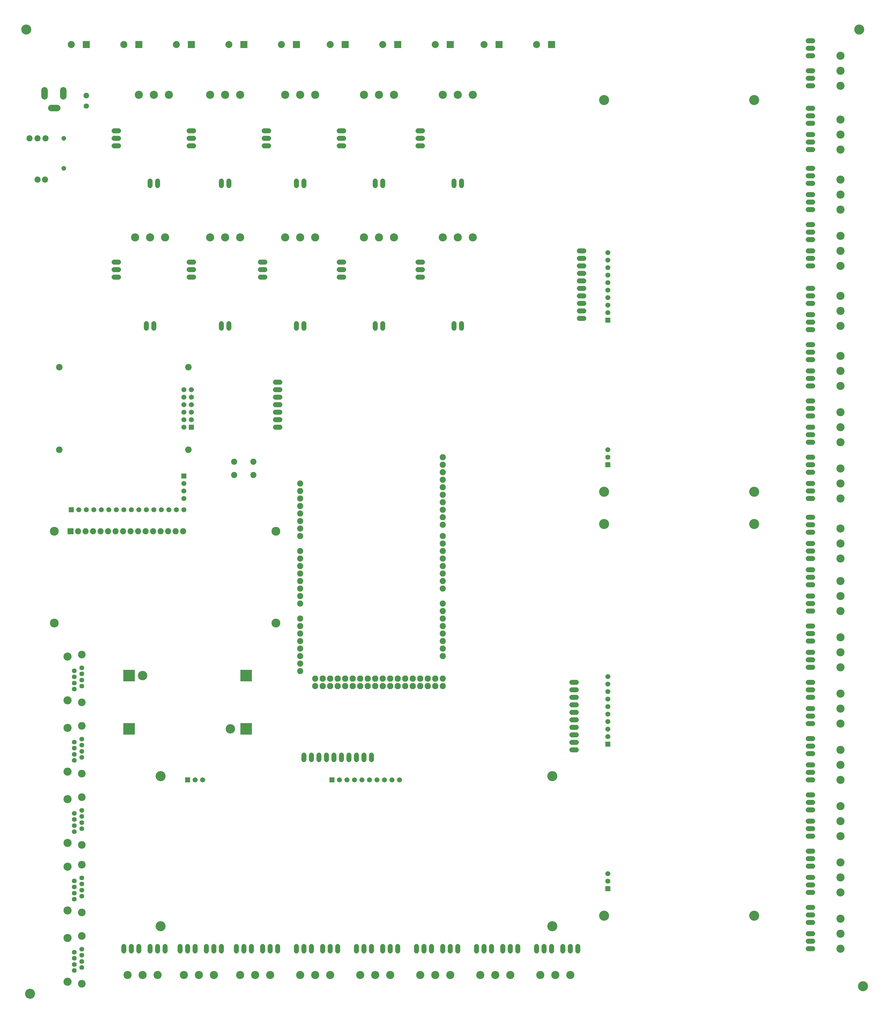
<source format=gbr>
G04 EAGLE Gerber RS-274X export*
G75*
%MOMM*%
%FSLAX34Y34*%
%LPD*%
%INSoldermask Top*%
%IPPOS*%
%AMOC8*
5,1,8,0,0,1.08239X$1,22.5*%
G01*
%ADD10C,2.082800*%
%ADD11P,2.254402X8X22.500000*%
%ADD12P,1.951982X8X112.500000*%
%ADD13C,1.803400*%
%ADD14C,1.727200*%
%ADD15C,2.203200*%
%ADD16R,1.711200X1.711200*%
%ADD17C,1.711200*%
%ADD18C,2.203200*%
%ADD19R,2.082800X2.082800*%
%ADD20C,3.003200*%
%ADD21C,2.743200*%
%ADD22R,2.387600X2.387600*%
%ADD23C,2.387600*%
%ADD24P,1.649562X8X112.500000*%
%ADD25R,4.013200X4.013200*%
%ADD26C,3.203200*%
%ADD27C,1.625600*%
%ADD28C,2.603200*%
%ADD29C,2.753200*%
%ADD30C,3.403200*%


D10*
X1066800Y1231900D03*
X1066800Y1206500D03*
X1066800Y1181100D03*
X1066800Y1155700D03*
X1066800Y1130300D03*
X1066800Y1104900D03*
X1066800Y1079500D03*
X1066800Y1257300D03*
X1549400Y1282700D03*
X1549400Y1257300D03*
X1549400Y1231900D03*
X1549400Y1206500D03*
X1549400Y1181100D03*
X1549400Y1155700D03*
X1549400Y1130300D03*
X1549400Y1308100D03*
X1066800Y1460500D03*
X1066800Y1435100D03*
X1066800Y1409700D03*
X1066800Y1384300D03*
X1066800Y1358900D03*
X1066800Y1333500D03*
X1066800Y1308100D03*
X1066800Y1485900D03*
X1549400Y1511300D03*
X1549400Y1485900D03*
X1549400Y1460500D03*
X1549400Y1435100D03*
X1549400Y1409700D03*
X1549400Y1384300D03*
X1549400Y1358900D03*
X1549400Y1536700D03*
X1549400Y1727200D03*
X1549400Y1701800D03*
X1549400Y1676400D03*
X1549400Y1651000D03*
X1549400Y1625600D03*
X1549400Y1600200D03*
X1549400Y1574800D03*
X1549400Y1752600D03*
D11*
X1346200Y1028700D03*
X1346200Y1054100D03*
X1371600Y1028700D03*
X1371600Y1054100D03*
X1397000Y1028700D03*
X1397000Y1054100D03*
X1422400Y1028700D03*
X1422400Y1054100D03*
X1447800Y1028700D03*
X1447800Y1054100D03*
X1473200Y1028700D03*
X1473200Y1054100D03*
X1498600Y1028700D03*
X1498600Y1054100D03*
X1524000Y1028700D03*
X1524000Y1054100D03*
X1143000Y1028700D03*
X1143000Y1054100D03*
X1168400Y1028700D03*
X1168400Y1054100D03*
X1193800Y1028700D03*
X1193800Y1054100D03*
X1219200Y1028700D03*
X1219200Y1054100D03*
X1244600Y1028700D03*
X1244600Y1054100D03*
X1270000Y1028700D03*
X1270000Y1054100D03*
X1295400Y1028700D03*
X1295400Y1054100D03*
X1320800Y1028700D03*
X1320800Y1054100D03*
D10*
X1117600Y1054100D03*
X1117600Y1028700D03*
X1549400Y1054100D03*
X1549400Y1028700D03*
X1066800Y1663700D03*
X1066800Y1638300D03*
X1066800Y1612900D03*
X1066800Y1587500D03*
X1066800Y1562100D03*
X1066800Y1536700D03*
X1549400Y1778000D03*
X1549400Y1803400D03*
X1066800Y1689100D03*
X1066800Y1714500D03*
D12*
X342900Y3027680D03*
D13*
X342900Y2992120D03*
D10*
X203200Y2743200D03*
X177800Y2743200D03*
D14*
X982980Y1905000D02*
X998220Y1905000D01*
X998220Y1930400D02*
X982980Y1930400D01*
X982980Y1955800D02*
X998220Y1955800D01*
X998220Y1981200D02*
X982980Y1981200D01*
X982980Y2006600D02*
X998220Y2006600D01*
X998220Y2032000D02*
X982980Y2032000D01*
X982980Y2057400D02*
X998220Y2057400D01*
D15*
X251460Y2108200D03*
X688340Y2108200D03*
X251460Y1828800D03*
X688340Y1828800D03*
D16*
X698500Y1905000D03*
D17*
X673100Y1905000D03*
X698500Y1930400D03*
X673100Y1930400D03*
X698500Y1955800D03*
X673100Y1955800D03*
X698500Y1981200D03*
X673100Y1981200D03*
X698500Y2006600D03*
X673100Y2006600D03*
X698500Y2032000D03*
X673100Y2032000D03*
D18*
X265000Y3024900D02*
X265000Y3044900D01*
X202000Y3044900D02*
X202000Y3024900D01*
X225000Y2984900D02*
X245000Y2984900D01*
D19*
X289600Y1552000D03*
D10*
X315000Y1552000D03*
X340400Y1552000D03*
X365800Y1552000D03*
X391200Y1552000D03*
X416600Y1552000D03*
X442000Y1552000D03*
X467400Y1552000D03*
X492800Y1552000D03*
X518200Y1552000D03*
X543600Y1552000D03*
X569000Y1552000D03*
X594400Y1552000D03*
X619800Y1552000D03*
X645200Y1552000D03*
X670600Y1552000D03*
D20*
X234600Y1552000D03*
X234600Y1242000D03*
X984600Y1552000D03*
X984600Y1242000D03*
D14*
X1612900Y2722880D02*
X1612900Y2738120D01*
X1587500Y2738120D02*
X1587500Y2722880D01*
D21*
X1651000Y3030220D03*
X1600200Y3030220D03*
X1549400Y3030220D03*
D14*
X1612900Y2255520D02*
X1612900Y2240280D01*
X1587500Y2240280D02*
X1587500Y2255520D01*
D21*
X1651000Y2547620D03*
X1600200Y2547620D03*
X1549400Y2547620D03*
D14*
X1346200Y2722880D02*
X1346200Y2738120D01*
X1320800Y2738120D02*
X1320800Y2722880D01*
D21*
X1384300Y3030220D03*
X1333500Y3030220D03*
X1282700Y3030220D03*
D14*
X1346200Y2255520D02*
X1346200Y2240280D01*
X1320800Y2240280D02*
X1320800Y2255520D01*
D21*
X1384300Y2547620D03*
X1333500Y2547620D03*
X1282700Y2547620D03*
D14*
X1079500Y2722880D02*
X1079500Y2738120D01*
X1054100Y2738120D02*
X1054100Y2722880D01*
D21*
X1117600Y3030220D03*
X1066800Y3030220D03*
X1016000Y3030220D03*
D14*
X1079500Y2255520D02*
X1079500Y2240280D01*
X1054100Y2240280D02*
X1054100Y2255520D01*
D21*
X1117600Y2547620D03*
X1066800Y2547620D03*
X1016000Y2547620D03*
D14*
X825500Y2722880D02*
X825500Y2738120D01*
X800100Y2738120D02*
X800100Y2722880D01*
D21*
X863600Y3030220D03*
X812800Y3030220D03*
X762000Y3030220D03*
D14*
X825500Y2255520D02*
X825500Y2240280D01*
X800100Y2240280D02*
X800100Y2255520D01*
D21*
X863600Y2547620D03*
X812800Y2547620D03*
X762000Y2547620D03*
D14*
X584200Y2722880D02*
X584200Y2738120D01*
X558800Y2738120D02*
X558800Y2722880D01*
D21*
X622300Y3030220D03*
X571500Y3030220D03*
X520700Y3030220D03*
D14*
X571500Y2255520D02*
X571500Y2240280D01*
X546100Y2240280D02*
X546100Y2255520D01*
D21*
X609600Y2547620D03*
X558800Y2547620D03*
X508000Y2547620D03*
D14*
X1465580Y2857500D02*
X1480820Y2857500D01*
X1480820Y2882900D02*
X1465580Y2882900D01*
X1465580Y2908300D02*
X1480820Y2908300D01*
X452120Y2413000D02*
X436880Y2413000D01*
X436880Y2438400D02*
X452120Y2438400D01*
X452120Y2463800D02*
X436880Y2463800D01*
X1465580Y2413000D02*
X1480820Y2413000D01*
X1480820Y2438400D02*
X1465580Y2438400D01*
X1465580Y2463800D02*
X1480820Y2463800D01*
X1214120Y2857500D02*
X1198880Y2857500D01*
X1198880Y2882900D02*
X1214120Y2882900D01*
X1214120Y2908300D02*
X1198880Y2908300D01*
X1198880Y2413000D02*
X1214120Y2413000D01*
X1214120Y2438400D02*
X1198880Y2438400D01*
X1198880Y2463800D02*
X1214120Y2463800D01*
X960120Y2857500D02*
X944880Y2857500D01*
X944880Y2882900D02*
X960120Y2882900D01*
X960120Y2908300D02*
X944880Y2908300D01*
X947420Y2413000D02*
X932180Y2413000D01*
X932180Y2438400D02*
X947420Y2438400D01*
X947420Y2463800D02*
X932180Y2463800D01*
X706120Y2857500D02*
X690880Y2857500D01*
X690880Y2882900D02*
X706120Y2882900D01*
X706120Y2908300D02*
X690880Y2908300D01*
X690880Y2413000D02*
X706120Y2413000D01*
X706120Y2438400D02*
X690880Y2438400D01*
X690880Y2463800D02*
X706120Y2463800D01*
X452120Y2857500D02*
X436880Y2857500D01*
X436880Y2882900D02*
X452120Y2882900D01*
X452120Y2908300D02*
X436880Y2908300D01*
X2786380Y3060700D02*
X2801620Y3060700D01*
X2801620Y3086100D02*
X2786380Y3086100D01*
X2786380Y3111500D02*
X2801620Y3111500D01*
X2801620Y1282700D02*
X2786380Y1282700D01*
X2786380Y1308100D02*
X2801620Y1308100D01*
X2801620Y1333500D02*
X2786380Y1333500D01*
X2786380Y1092200D02*
X2801620Y1092200D01*
X2801620Y1117600D02*
X2786380Y1117600D01*
X2786380Y1143000D02*
X2801620Y1143000D01*
X2801620Y901700D02*
X2786380Y901700D01*
X2786380Y927100D02*
X2801620Y927100D01*
X2801620Y952500D02*
X2786380Y952500D01*
X2786380Y711200D02*
X2801620Y711200D01*
X2801620Y736600D02*
X2786380Y736600D01*
X2786380Y762000D02*
X2801620Y762000D01*
X2801620Y520700D02*
X2786380Y520700D01*
X2786380Y546100D02*
X2801620Y546100D01*
X2801620Y571500D02*
X2786380Y571500D01*
X2786380Y330200D02*
X2801620Y330200D01*
X2801620Y355600D02*
X2786380Y355600D01*
X2786380Y381000D02*
X2801620Y381000D01*
X2801620Y139700D02*
X2786380Y139700D01*
X2786380Y165100D02*
X2801620Y165100D01*
X2801620Y190500D02*
X2786380Y190500D01*
X1866900Y147320D02*
X1866900Y132080D01*
X1892300Y132080D02*
X1892300Y147320D01*
X1917700Y147320D02*
X1917700Y132080D01*
X1663700Y132080D02*
X1663700Y147320D01*
X1689100Y147320D02*
X1689100Y132080D01*
X1714500Y132080D02*
X1714500Y147320D01*
X1460500Y147320D02*
X1460500Y132080D01*
X1485900Y132080D02*
X1485900Y147320D01*
X1511300Y147320D02*
X1511300Y132080D01*
X2786380Y2844800D02*
X2801620Y2844800D01*
X2801620Y2870200D02*
X2786380Y2870200D01*
X2786380Y2895600D02*
X2801620Y2895600D01*
X1257300Y147320D02*
X1257300Y132080D01*
X1282700Y132080D02*
X1282700Y147320D01*
X1308100Y147320D02*
X1308100Y132080D01*
X1054100Y132080D02*
X1054100Y147320D01*
X1079500Y147320D02*
X1079500Y132080D01*
X1104900Y132080D02*
X1104900Y147320D01*
X850900Y147320D02*
X850900Y132080D01*
X876300Y132080D02*
X876300Y147320D01*
X901700Y147320D02*
X901700Y132080D01*
X660400Y132080D02*
X660400Y147320D01*
X685800Y147320D02*
X685800Y132080D01*
X711200Y132080D02*
X711200Y147320D01*
X469900Y147320D02*
X469900Y132080D01*
X495300Y132080D02*
X495300Y147320D01*
X520700Y147320D02*
X520700Y132080D01*
X2786380Y2641600D02*
X2801620Y2641600D01*
X2801620Y2667000D02*
X2786380Y2667000D01*
X2786380Y2692400D02*
X2801620Y2692400D01*
X2801620Y2451100D02*
X2786380Y2451100D01*
X2786380Y2476500D02*
X2801620Y2476500D01*
X2801620Y2501900D02*
X2786380Y2501900D01*
X2786380Y2235200D02*
X2801620Y2235200D01*
X2801620Y2260600D02*
X2786380Y2260600D01*
X2786380Y2286000D02*
X2801620Y2286000D01*
X2801620Y2044700D02*
X2786380Y2044700D01*
X2786380Y2070100D02*
X2801620Y2070100D01*
X2801620Y2095500D02*
X2786380Y2095500D01*
X2786380Y1854200D02*
X2801620Y1854200D01*
X2801620Y1879600D02*
X2786380Y1879600D01*
X2786380Y1905000D02*
X2801620Y1905000D01*
X2801620Y1663700D02*
X2786380Y1663700D01*
X2786380Y1689100D02*
X2801620Y1689100D01*
X2801620Y1714500D02*
X2786380Y1714500D01*
X2786380Y1460500D02*
X2801620Y1460500D01*
X2801620Y1485900D02*
X2786380Y1485900D01*
X2786380Y1511300D02*
X2801620Y1511300D01*
D22*
X1917700Y3200400D03*
D23*
X1866900Y3200400D03*
D22*
X342900Y3200400D03*
D23*
X292100Y3200400D03*
D22*
X1739900Y3200400D03*
D23*
X1689100Y3200400D03*
D22*
X1574800Y3200400D03*
D23*
X1524000Y3200400D03*
D22*
X1397000Y3200400D03*
D23*
X1346200Y3200400D03*
D22*
X1219200Y3200400D03*
D23*
X1168400Y3200400D03*
D22*
X1054100Y3200400D03*
D23*
X1003300Y3200400D03*
D22*
X876300Y3200400D03*
D23*
X825500Y3200400D03*
D22*
X698500Y3200400D03*
D23*
X647700Y3200400D03*
D22*
X520700Y3200400D03*
D23*
X469900Y3200400D03*
D21*
X2895600Y3162300D03*
X2895600Y3111500D03*
X2895600Y3060700D03*
X2895600Y1384300D03*
X2895600Y1333500D03*
X2895600Y1282700D03*
X2895600Y1193800D03*
X2895600Y1143000D03*
X2895600Y1092200D03*
X2895600Y1003300D03*
X2895600Y952500D03*
X2895600Y901700D03*
X2895600Y812800D03*
X2895600Y762000D03*
X2895600Y711200D03*
X2895600Y622300D03*
X2895600Y571500D03*
X2895600Y520700D03*
X2895600Y431800D03*
X2895600Y381000D03*
X2895600Y330200D03*
X2895600Y241300D03*
X2895600Y190500D03*
X2895600Y139700D03*
X1981200Y50800D03*
X1930400Y50800D03*
X1879600Y50800D03*
X1778000Y50800D03*
X1727200Y50800D03*
X1676400Y50800D03*
X1574800Y50800D03*
X1524000Y50800D03*
X1473200Y50800D03*
X2895600Y2946400D03*
X2895600Y2895600D03*
X2895600Y2844800D03*
X1371600Y50800D03*
X1320800Y50800D03*
X1270000Y50800D03*
X1168400Y50800D03*
X1117600Y50800D03*
X1066800Y50800D03*
X965200Y50800D03*
X914400Y50800D03*
X863600Y50800D03*
X774700Y50800D03*
X723900Y50800D03*
X673100Y50800D03*
X584200Y50800D03*
X533400Y50800D03*
X482600Y50800D03*
X2895600Y2743200D03*
X2895600Y2692400D03*
X2895600Y2641600D03*
X2895600Y2552700D03*
X2895600Y2501900D03*
X2895600Y2451100D03*
X2895600Y2349500D03*
X2895600Y2298700D03*
X2895600Y2247900D03*
X2895600Y2146300D03*
X2895600Y2095500D03*
X2895600Y2044700D03*
X2895600Y1955800D03*
X2895600Y1905000D03*
X2895600Y1854200D03*
X2895600Y1765300D03*
X2895600Y1714500D03*
X2895600Y1663700D03*
X2895600Y1562100D03*
X2895600Y1511300D03*
X2895600Y1460500D03*
D24*
X266700Y2781300D03*
X266700Y2882900D03*
D25*
X883920Y883920D03*
X883920Y1064260D03*
X487680Y883920D03*
X487680Y1064260D03*
D26*
X830580Y883920D03*
X533400Y1064260D03*
D14*
X1079500Y795020D02*
X1079500Y779780D01*
X1104900Y779780D02*
X1104900Y795020D01*
X1130300Y795020D02*
X1130300Y779780D01*
X1155700Y779780D02*
X1155700Y795020D01*
X1181100Y795020D02*
X1181100Y779780D01*
X1206500Y779780D02*
X1206500Y795020D01*
X1231900Y795020D02*
X1231900Y779780D01*
X1257300Y779780D02*
X1257300Y795020D01*
X1282700Y795020D02*
X1282700Y779780D01*
X1308100Y779780D02*
X1308100Y795020D01*
X2011680Y2273300D02*
X2026920Y2273300D01*
X2026920Y2298700D02*
X2011680Y2298700D01*
X2011680Y2324100D02*
X2026920Y2324100D01*
X2026920Y2349500D02*
X2011680Y2349500D01*
X2011680Y2374900D02*
X2026920Y2374900D01*
X2026920Y2400300D02*
X2011680Y2400300D01*
X2011680Y2425700D02*
X2026920Y2425700D01*
X2026920Y2451100D02*
X2011680Y2451100D01*
X2011680Y2476500D02*
X2026920Y2476500D01*
X2026920Y2501900D02*
X2011680Y2501900D01*
X2001520Y812800D02*
X1986280Y812800D01*
X1986280Y838200D02*
X2001520Y838200D01*
X2001520Y863600D02*
X1986280Y863600D01*
X1986280Y889000D02*
X2001520Y889000D01*
X2001520Y914400D02*
X1986280Y914400D01*
X1986280Y939800D02*
X2001520Y939800D01*
X2001520Y965200D02*
X1986280Y965200D01*
X1986280Y990600D02*
X2001520Y990600D01*
X2001520Y1016000D02*
X1986280Y1016000D01*
X1986280Y1041400D02*
X2001520Y1041400D01*
D10*
X908812Y1742694D03*
X843788Y1742694D03*
X908812Y1787906D03*
X843788Y1787906D03*
D14*
X2786380Y3162300D02*
X2801620Y3162300D01*
X2801620Y3187700D02*
X2786380Y3187700D01*
X2786380Y3213100D02*
X2801620Y3213100D01*
X2801620Y1371600D02*
X2786380Y1371600D01*
X2786380Y1397000D02*
X2801620Y1397000D01*
X2801620Y1422400D02*
X2786380Y1422400D01*
X2786380Y1181100D02*
X2801620Y1181100D01*
X2801620Y1206500D02*
X2786380Y1206500D01*
X2786380Y1231900D02*
X2801620Y1231900D01*
X2801620Y990600D02*
X2786380Y990600D01*
X2786380Y1016000D02*
X2801620Y1016000D01*
X2801620Y1041400D02*
X2786380Y1041400D01*
X2786380Y800100D02*
X2801620Y800100D01*
X2801620Y825500D02*
X2786380Y825500D01*
X2786380Y850900D02*
X2801620Y850900D01*
X2801620Y609600D02*
X2786380Y609600D01*
X2786380Y635000D02*
X2801620Y635000D01*
X2801620Y660400D02*
X2786380Y660400D01*
X2786380Y419100D02*
X2801620Y419100D01*
X2801620Y444500D02*
X2786380Y444500D01*
X2786380Y469900D02*
X2801620Y469900D01*
X2801620Y228600D02*
X2786380Y228600D01*
X2786380Y254000D02*
X2801620Y254000D01*
X2801620Y279400D02*
X2786380Y279400D01*
X1955800Y147320D02*
X1955800Y132080D01*
X1981200Y132080D02*
X1981200Y147320D01*
X2006600Y147320D02*
X2006600Y132080D01*
X1752600Y132080D02*
X1752600Y147320D01*
X1778000Y147320D02*
X1778000Y132080D01*
X1803400Y132080D02*
X1803400Y147320D01*
X1549400Y147320D02*
X1549400Y132080D01*
X1574800Y132080D02*
X1574800Y147320D01*
X1600200Y147320D02*
X1600200Y132080D01*
X2786380Y2933700D02*
X2801620Y2933700D01*
X2801620Y2959100D02*
X2786380Y2959100D01*
X2786380Y2984500D02*
X2801620Y2984500D01*
X1346200Y147320D02*
X1346200Y132080D01*
X1371600Y132080D02*
X1371600Y147320D01*
X1397000Y147320D02*
X1397000Y132080D01*
X1143000Y132080D02*
X1143000Y147320D01*
X1168400Y147320D02*
X1168400Y132080D01*
X1193800Y132080D02*
X1193800Y147320D01*
X939800Y147320D02*
X939800Y132080D01*
X965200Y132080D02*
X965200Y147320D01*
X990600Y147320D02*
X990600Y132080D01*
X749300Y132080D02*
X749300Y147320D01*
X774700Y147320D02*
X774700Y132080D01*
X800100Y132080D02*
X800100Y147320D01*
X558800Y147320D02*
X558800Y132080D01*
X584200Y132080D02*
X584200Y147320D01*
X609600Y147320D02*
X609600Y132080D01*
X2786380Y2730500D02*
X2801620Y2730500D01*
X2801620Y2755900D02*
X2786380Y2755900D01*
X2786380Y2781300D02*
X2801620Y2781300D01*
X2801620Y2540000D02*
X2786380Y2540000D01*
X2786380Y2565400D02*
X2801620Y2565400D01*
X2801620Y2590800D02*
X2786380Y2590800D01*
X2786380Y2324100D02*
X2801620Y2324100D01*
X2801620Y2349500D02*
X2786380Y2349500D01*
X2786380Y2374900D02*
X2801620Y2374900D01*
X2801620Y2133600D02*
X2786380Y2133600D01*
X2786380Y2159000D02*
X2801620Y2159000D01*
X2801620Y2184400D02*
X2786380Y2184400D01*
X2786380Y1943100D02*
X2801620Y1943100D01*
X2801620Y1968500D02*
X2786380Y1968500D01*
X2786380Y1993900D02*
X2801620Y1993900D01*
X2801620Y1752600D02*
X2786380Y1752600D01*
X2786380Y1778000D02*
X2801620Y1778000D01*
X2801620Y1803400D02*
X2786380Y1803400D01*
X2786380Y1549400D02*
X2801620Y1549400D01*
X2801620Y1574800D02*
X2786380Y1574800D01*
X2786380Y1600200D02*
X2801620Y1600200D01*
D16*
X292100Y1625600D03*
D17*
X317500Y1625600D03*
X342900Y1625600D03*
X368300Y1625600D03*
X393700Y1625600D03*
X419100Y1625600D03*
X444500Y1625600D03*
X469900Y1625600D03*
X495300Y1625600D03*
X520700Y1625600D03*
X546100Y1625600D03*
X571500Y1625600D03*
X596900Y1625600D03*
X622300Y1625600D03*
X647700Y1625600D03*
X673100Y1625600D03*
D16*
X673100Y1739900D03*
D17*
X673100Y1714500D03*
X673100Y1689100D03*
X673100Y1663700D03*
D27*
X302400Y535800D03*
X327800Y546000D03*
X302400Y556200D03*
X327800Y566400D03*
X302400Y576600D03*
X327800Y586800D03*
X302400Y597000D03*
X327800Y607200D03*
D28*
X327800Y490250D03*
X327800Y652750D03*
D29*
X279400Y497100D03*
X279400Y645900D03*
D27*
X302400Y777100D03*
X327800Y787300D03*
X302400Y797500D03*
X327800Y807700D03*
X302400Y817900D03*
X327800Y828100D03*
X302400Y838300D03*
X327800Y848500D03*
D28*
X327800Y731550D03*
X327800Y894050D03*
D29*
X279400Y738400D03*
X279400Y887200D03*
D27*
X302400Y65900D03*
X327800Y76100D03*
X302400Y86300D03*
X327800Y96500D03*
X302400Y106700D03*
X327800Y116900D03*
X302400Y127100D03*
X327800Y137300D03*
D28*
X327800Y20350D03*
X327800Y182850D03*
D29*
X279400Y27200D03*
X279400Y176000D03*
D27*
X302400Y1018400D03*
X327800Y1028600D03*
X302400Y1038800D03*
X327800Y1049000D03*
X302400Y1059200D03*
X327800Y1069400D03*
X302400Y1079600D03*
X327800Y1089800D03*
D28*
X327800Y972850D03*
X327800Y1135350D03*
D29*
X279400Y979700D03*
X279400Y1128500D03*
D27*
X302400Y307200D03*
X327800Y317400D03*
X302400Y327600D03*
X327800Y337800D03*
X302400Y348000D03*
X327800Y358200D03*
X302400Y368400D03*
X327800Y378600D03*
D28*
X327800Y261650D03*
X327800Y424150D03*
D29*
X279400Y268500D03*
X279400Y417300D03*
D30*
X2603500Y1686560D03*
X2095500Y1686560D03*
X2095500Y3012440D03*
X2603500Y3012440D03*
D16*
X2108200Y2266950D03*
D17*
X2108200Y2292350D03*
X2108200Y2317750D03*
X2108200Y2343150D03*
X2108200Y2368550D03*
X2108200Y2393950D03*
X2108200Y2419350D03*
X2108200Y2444750D03*
X2108200Y2470150D03*
X2108200Y2495550D03*
D16*
X2108200Y1778000D03*
D17*
X2108200Y1803400D03*
X2108200Y1828800D03*
D30*
X2603500Y251460D03*
X2095500Y251460D03*
X2095500Y1577340D03*
X2603500Y1577340D03*
D16*
X2108200Y831850D03*
D17*
X2108200Y857250D03*
X2108200Y882650D03*
X2108200Y908050D03*
X2108200Y933450D03*
X2108200Y958850D03*
X2108200Y984250D03*
X2108200Y1009650D03*
X2108200Y1035050D03*
X2108200Y1060450D03*
D16*
X2108200Y342900D03*
D17*
X2108200Y368300D03*
X2108200Y393700D03*
D30*
X594360Y215900D03*
X594360Y723900D03*
X1920240Y723900D03*
X1920240Y215900D03*
D16*
X1174750Y711200D03*
D17*
X1200150Y711200D03*
X1225550Y711200D03*
X1250950Y711200D03*
X1276350Y711200D03*
X1301750Y711200D03*
X1327150Y711200D03*
X1352550Y711200D03*
X1377950Y711200D03*
X1403350Y711200D03*
D16*
X685800Y711200D03*
D17*
X711200Y711200D03*
X736600Y711200D03*
D10*
X204978Y2882900D03*
X177800Y2882900D03*
X150622Y2882900D03*
D30*
X2971800Y12700D03*
X152400Y-12700D03*
X139700Y3251200D03*
X2959100Y3251200D03*
M02*

</source>
